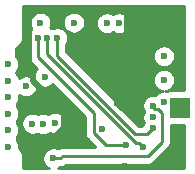
<source format=gbr>
G04 #@! TF.GenerationSoftware,KiCad,Pcbnew,(5.1.5)-3*
G04 #@! TF.CreationDate,2022-01-18T12:38:48+01:00*
G04 #@! TF.ProjectId,HB-ES-PMSwX-Pl_Gosund,48422d45-532d-4504-9d53-77582d506c5f,rev?*
G04 #@! TF.SameCoordinates,Original*
G04 #@! TF.FileFunction,Copper,L3,Inr*
G04 #@! TF.FilePolarity,Positive*
%FSLAX46Y46*%
G04 Gerber Fmt 4.6, Leading zero omitted, Abs format (unit mm)*
G04 Created by KiCad (PCBNEW (5.1.5)-3) date 2022-01-18 12:38:48*
%MOMM*%
%LPD*%
G04 APERTURE LIST*
%ADD10R,1.700000X1.700000*%
%ADD11C,0.600000*%
%ADD12C,0.500000*%
%ADD13C,0.250000*%
%ADD14C,0.254000*%
G04 APERTURE END LIST*
D10*
X126695200Y-66040000D03*
D11*
X121335800Y-65608200D03*
X123342400Y-67513200D03*
X121488200Y-57861200D03*
X118592600Y-69062600D03*
X114223800Y-63398400D03*
X122000000Y-71000000D03*
X120472200Y-57886600D03*
X117678200Y-57886600D03*
X114858800Y-57861200D03*
X114223800Y-70332600D03*
X123380500Y-59702700D03*
X126365000Y-60718700D03*
X125298200Y-63690500D03*
X120091200Y-67818000D03*
X115214400Y-63398400D03*
X120472200Y-58877200D03*
X117678200Y-58826400D03*
X114833400Y-58826400D03*
X121488200Y-58877200D03*
X125298200Y-65557400D03*
X125298200Y-61671200D03*
X124409200Y-66852800D03*
X115062000Y-67411600D03*
X115951000Y-70332600D03*
X124409200Y-65862200D03*
X114173000Y-67386200D03*
X112115600Y-69367400D03*
X112115600Y-67945000D03*
X112115600Y-66548000D03*
X112115600Y-63754000D03*
X112115600Y-65151000D03*
X112115600Y-62357000D03*
X115443000Y-60147200D03*
X123571000Y-69392800D03*
X114604800Y-60147200D03*
X122072400Y-69189600D03*
X116281200Y-60147200D03*
X124409200Y-67716400D03*
X113625000Y-64225000D03*
X116075000Y-67325000D03*
D12*
X114858800Y-57861200D02*
X117652800Y-57861200D01*
X117678200Y-57886600D02*
X120472200Y-57886600D01*
X120472200Y-57886600D02*
X121462800Y-57886600D01*
X121335800Y-65608200D02*
X123240800Y-67513200D01*
X113889632Y-63064232D02*
X114223800Y-63398400D01*
X113879799Y-58420201D02*
X113879799Y-63054399D01*
X114438800Y-57861200D02*
X113879799Y-58420201D01*
X114858800Y-57861200D02*
X114438800Y-57861200D01*
X114223800Y-70332600D02*
X116803001Y-67753399D01*
X122053885Y-57861200D02*
X121488200Y-57861200D01*
X122213201Y-58020516D02*
X122053885Y-57861200D01*
X122213201Y-64730799D02*
X122213201Y-58020516D01*
X121335800Y-65608200D02*
X122213201Y-64730799D01*
X114223800Y-63818400D02*
X114223800Y-63398400D01*
X116803001Y-66397601D02*
X114223800Y-63818400D01*
X116803001Y-67753399D02*
X116803001Y-66397601D01*
D13*
X125134201Y-68902601D02*
X123919001Y-70117801D01*
X125134201Y-66504799D02*
X125134201Y-68902601D01*
X124757201Y-66127799D02*
X125134201Y-66504799D01*
X124522399Y-66127799D02*
X124757201Y-66127799D01*
X124409200Y-66014600D02*
X124522399Y-66127799D01*
X124409200Y-65862200D02*
X124409200Y-66014600D01*
X116516685Y-70332600D02*
X115951000Y-70332600D01*
X116731484Y-70117801D02*
X116516685Y-70332600D01*
X123919001Y-70117801D02*
X116731484Y-70117801D01*
X123171001Y-68992801D02*
X123571000Y-69392800D01*
X122948603Y-68992801D02*
X123171001Y-68992801D01*
X115443000Y-61487198D02*
X122948603Y-68992801D01*
X115443000Y-60147200D02*
X115443000Y-61487198D01*
X119366199Y-68166001D02*
X120389798Y-69189600D01*
X119366199Y-66502597D02*
X119366199Y-68166001D01*
X114604800Y-61741198D02*
X119366199Y-66502597D01*
X114604800Y-60147200D02*
X114604800Y-61741198D01*
X120389798Y-69189600D02*
X122072400Y-69189600D01*
X123887399Y-68238201D02*
X124409200Y-67716400D01*
X122892799Y-68238201D02*
X123887399Y-68238201D01*
X116281200Y-61626602D02*
X122892799Y-68238201D01*
X116281200Y-60147200D02*
X116281200Y-61626602D01*
D14*
G36*
X114618372Y-64124662D02*
G01*
X114771511Y-64226986D01*
X114941671Y-64297468D01*
X115122311Y-64333400D01*
X115306489Y-64333400D01*
X115487129Y-64297468D01*
X115657289Y-64226986D01*
X115810428Y-64124662D01*
X115861945Y-64073145D01*
X118606199Y-66817399D01*
X118606200Y-68128669D01*
X118602523Y-68166001D01*
X118606200Y-68203334D01*
X118612533Y-68267628D01*
X118617197Y-68314986D01*
X118660653Y-68458247D01*
X118731225Y-68590277D01*
X118802400Y-68677003D01*
X118826199Y-68706002D01*
X118855197Y-68729800D01*
X119483197Y-69357801D01*
X116768809Y-69357801D01*
X116731484Y-69354125D01*
X116694159Y-69357801D01*
X116694151Y-69357801D01*
X116582498Y-69368798D01*
X116439237Y-69412255D01*
X116322720Y-69474535D01*
X116223729Y-69433532D01*
X116043089Y-69397600D01*
X115858911Y-69397600D01*
X115678271Y-69433532D01*
X115508111Y-69504014D01*
X115354972Y-69606338D01*
X115224738Y-69736572D01*
X115122414Y-69889711D01*
X115051932Y-70059871D01*
X115016000Y-70240511D01*
X115016000Y-70424689D01*
X115051932Y-70605329D01*
X115122414Y-70775489D01*
X115224738Y-70928628D01*
X115354972Y-71058862D01*
X115508111Y-71161186D01*
X115532287Y-71171200D01*
X113334400Y-71171200D01*
X113334400Y-70009419D01*
X113337593Y-69977000D01*
X113324850Y-69847617D01*
X113287110Y-69723207D01*
X113225825Y-69608550D01*
X113143348Y-69508052D01*
X113050600Y-69431935D01*
X113050600Y-69275311D01*
X113014668Y-69094671D01*
X112944186Y-68924511D01*
X112841862Y-68771372D01*
X112839462Y-68768972D01*
X112838508Y-68544382D01*
X112841862Y-68541028D01*
X112944186Y-68387889D01*
X113014668Y-68217729D01*
X113050600Y-68037089D01*
X113050600Y-67852911D01*
X113014668Y-67672271D01*
X112944186Y-67502111D01*
X112841862Y-67348972D01*
X112833394Y-67340504D01*
X112833197Y-67294111D01*
X113238000Y-67294111D01*
X113238000Y-67478289D01*
X113273932Y-67658929D01*
X113344414Y-67829089D01*
X113446738Y-67982228D01*
X113576972Y-68112462D01*
X113730111Y-68214786D01*
X113900271Y-68285268D01*
X114080911Y-68321200D01*
X114265089Y-68321200D01*
X114445729Y-68285268D01*
X114594411Y-68223682D01*
X114619111Y-68240186D01*
X114789271Y-68310668D01*
X114969911Y-68346600D01*
X115154089Y-68346600D01*
X115334729Y-68310668D01*
X115504889Y-68240186D01*
X115633583Y-68154196D01*
X115802271Y-68224068D01*
X115982911Y-68260000D01*
X116167089Y-68260000D01*
X116347729Y-68224068D01*
X116517889Y-68153586D01*
X116671028Y-68051262D01*
X116801262Y-67921028D01*
X116903586Y-67767889D01*
X116974068Y-67597729D01*
X117010000Y-67417089D01*
X117010000Y-67232911D01*
X116974068Y-67052271D01*
X116903586Y-66882111D01*
X116801262Y-66728972D01*
X116671028Y-66598738D01*
X116517889Y-66496414D01*
X116347729Y-66425932D01*
X116167089Y-66390000D01*
X115982911Y-66390000D01*
X115802271Y-66425932D01*
X115632111Y-66496414D01*
X115503417Y-66582404D01*
X115334729Y-66512532D01*
X115154089Y-66476600D01*
X114969911Y-66476600D01*
X114789271Y-66512532D01*
X114640589Y-66574118D01*
X114615889Y-66557614D01*
X114445729Y-66487132D01*
X114265089Y-66451200D01*
X114080911Y-66451200D01*
X113900271Y-66487132D01*
X113730111Y-66557614D01*
X113576972Y-66659938D01*
X113446738Y-66790172D01*
X113344414Y-66943311D01*
X113273932Y-67113471D01*
X113238000Y-67294111D01*
X112833197Y-67294111D01*
X112832599Y-67153291D01*
X112841862Y-67144028D01*
X112944186Y-66990889D01*
X113014668Y-66820729D01*
X113050600Y-66640089D01*
X113050600Y-66455911D01*
X113014668Y-66275271D01*
X112944186Y-66105111D01*
X112841862Y-65951972D01*
X112827434Y-65937544D01*
X112826689Y-65762201D01*
X112841862Y-65747028D01*
X112944186Y-65593889D01*
X113014668Y-65423729D01*
X113050600Y-65243089D01*
X113050600Y-65058911D01*
X113029220Y-64951428D01*
X113182111Y-65053586D01*
X113352271Y-65124068D01*
X113532911Y-65160000D01*
X113717089Y-65160000D01*
X113897729Y-65124068D01*
X114067889Y-65053586D01*
X114221028Y-64951262D01*
X114351262Y-64821028D01*
X114453586Y-64667889D01*
X114524068Y-64497729D01*
X114560000Y-64317089D01*
X114560000Y-64132911D01*
X114543458Y-64049748D01*
X114618372Y-64124662D01*
G37*
X114618372Y-64124662D02*
X114771511Y-64226986D01*
X114941671Y-64297468D01*
X115122311Y-64333400D01*
X115306489Y-64333400D01*
X115487129Y-64297468D01*
X115657289Y-64226986D01*
X115810428Y-64124662D01*
X115861945Y-64073145D01*
X118606199Y-66817399D01*
X118606200Y-68128669D01*
X118602523Y-68166001D01*
X118606200Y-68203334D01*
X118612533Y-68267628D01*
X118617197Y-68314986D01*
X118660653Y-68458247D01*
X118731225Y-68590277D01*
X118802400Y-68677003D01*
X118826199Y-68706002D01*
X118855197Y-68729800D01*
X119483197Y-69357801D01*
X116768809Y-69357801D01*
X116731484Y-69354125D01*
X116694159Y-69357801D01*
X116694151Y-69357801D01*
X116582498Y-69368798D01*
X116439237Y-69412255D01*
X116322720Y-69474535D01*
X116223729Y-69433532D01*
X116043089Y-69397600D01*
X115858911Y-69397600D01*
X115678271Y-69433532D01*
X115508111Y-69504014D01*
X115354972Y-69606338D01*
X115224738Y-69736572D01*
X115122414Y-69889711D01*
X115051932Y-70059871D01*
X115016000Y-70240511D01*
X115016000Y-70424689D01*
X115051932Y-70605329D01*
X115122414Y-70775489D01*
X115224738Y-70928628D01*
X115354972Y-71058862D01*
X115508111Y-71161186D01*
X115532287Y-71171200D01*
X113334400Y-71171200D01*
X113334400Y-70009419D01*
X113337593Y-69977000D01*
X113324850Y-69847617D01*
X113287110Y-69723207D01*
X113225825Y-69608550D01*
X113143348Y-69508052D01*
X113050600Y-69431935D01*
X113050600Y-69275311D01*
X113014668Y-69094671D01*
X112944186Y-68924511D01*
X112841862Y-68771372D01*
X112839462Y-68768972D01*
X112838508Y-68544382D01*
X112841862Y-68541028D01*
X112944186Y-68387889D01*
X113014668Y-68217729D01*
X113050600Y-68037089D01*
X113050600Y-67852911D01*
X113014668Y-67672271D01*
X112944186Y-67502111D01*
X112841862Y-67348972D01*
X112833394Y-67340504D01*
X112833197Y-67294111D01*
X113238000Y-67294111D01*
X113238000Y-67478289D01*
X113273932Y-67658929D01*
X113344414Y-67829089D01*
X113446738Y-67982228D01*
X113576972Y-68112462D01*
X113730111Y-68214786D01*
X113900271Y-68285268D01*
X114080911Y-68321200D01*
X114265089Y-68321200D01*
X114445729Y-68285268D01*
X114594411Y-68223682D01*
X114619111Y-68240186D01*
X114789271Y-68310668D01*
X114969911Y-68346600D01*
X115154089Y-68346600D01*
X115334729Y-68310668D01*
X115504889Y-68240186D01*
X115633583Y-68154196D01*
X115802271Y-68224068D01*
X115982911Y-68260000D01*
X116167089Y-68260000D01*
X116347729Y-68224068D01*
X116517889Y-68153586D01*
X116671028Y-68051262D01*
X116801262Y-67921028D01*
X116903586Y-67767889D01*
X116974068Y-67597729D01*
X117010000Y-67417089D01*
X117010000Y-67232911D01*
X116974068Y-67052271D01*
X116903586Y-66882111D01*
X116801262Y-66728972D01*
X116671028Y-66598738D01*
X116517889Y-66496414D01*
X116347729Y-66425932D01*
X116167089Y-66390000D01*
X115982911Y-66390000D01*
X115802271Y-66425932D01*
X115632111Y-66496414D01*
X115503417Y-66582404D01*
X115334729Y-66512532D01*
X115154089Y-66476600D01*
X114969911Y-66476600D01*
X114789271Y-66512532D01*
X114640589Y-66574118D01*
X114615889Y-66557614D01*
X114445729Y-66487132D01*
X114265089Y-66451200D01*
X114080911Y-66451200D01*
X113900271Y-66487132D01*
X113730111Y-66557614D01*
X113576972Y-66659938D01*
X113446738Y-66790172D01*
X113344414Y-66943311D01*
X113273932Y-67113471D01*
X113238000Y-67294111D01*
X112833197Y-67294111D01*
X112832599Y-67153291D01*
X112841862Y-67144028D01*
X112944186Y-66990889D01*
X113014668Y-66820729D01*
X113050600Y-66640089D01*
X113050600Y-66455911D01*
X113014668Y-66275271D01*
X112944186Y-66105111D01*
X112841862Y-65951972D01*
X112827434Y-65937544D01*
X112826689Y-65762201D01*
X112841862Y-65747028D01*
X112944186Y-65593889D01*
X113014668Y-65423729D01*
X113050600Y-65243089D01*
X113050600Y-65058911D01*
X113029220Y-64951428D01*
X113182111Y-65053586D01*
X113352271Y-65124068D01*
X113532911Y-65160000D01*
X113717089Y-65160000D01*
X113897729Y-65124068D01*
X114067889Y-65053586D01*
X114221028Y-64951262D01*
X114351262Y-64821028D01*
X114453586Y-64667889D01*
X114524068Y-64497729D01*
X114560000Y-64317089D01*
X114560000Y-64132911D01*
X114543458Y-64049748D01*
X114618372Y-64124662D01*
G36*
X127025801Y-71171200D02*
G01*
X116369713Y-71171200D01*
X116393889Y-71161186D01*
X116494329Y-71094074D01*
X116516685Y-71096276D01*
X116554007Y-71092600D01*
X116554018Y-71092600D01*
X116665671Y-71081603D01*
X116808932Y-71038146D01*
X116940961Y-70967574D01*
X117050350Y-70877801D01*
X123881679Y-70877801D01*
X123919001Y-70881477D01*
X123956323Y-70877801D01*
X123956334Y-70877801D01*
X124067987Y-70866804D01*
X124211248Y-70823347D01*
X124343277Y-70752775D01*
X124459002Y-70657802D01*
X124482805Y-70628798D01*
X125645204Y-69466400D01*
X125674202Y-69442602D01*
X125769175Y-69326877D01*
X125839747Y-69194848D01*
X125883204Y-69051587D01*
X125894201Y-68939934D01*
X125894201Y-68939925D01*
X125897877Y-68902602D01*
X125894201Y-68865279D01*
X125894201Y-67528072D01*
X127025801Y-67528072D01*
X127025801Y-71171200D01*
G37*
X127025801Y-71171200D02*
X116369713Y-71171200D01*
X116393889Y-71161186D01*
X116494329Y-71094074D01*
X116516685Y-71096276D01*
X116554007Y-71092600D01*
X116554018Y-71092600D01*
X116665671Y-71081603D01*
X116808932Y-71038146D01*
X116940961Y-70967574D01*
X117050350Y-70877801D01*
X123881679Y-70877801D01*
X123919001Y-70881477D01*
X123956323Y-70877801D01*
X123956334Y-70877801D01*
X124067987Y-70866804D01*
X124211248Y-70823347D01*
X124343277Y-70752775D01*
X124459002Y-70657802D01*
X124482805Y-70628798D01*
X125645204Y-69466400D01*
X125674202Y-69442602D01*
X125769175Y-69326877D01*
X125839747Y-69194848D01*
X125883204Y-69051587D01*
X125894201Y-68939934D01*
X125894201Y-68939925D01*
X125897877Y-68902602D01*
X125894201Y-68865279D01*
X125894201Y-67528072D01*
X127025801Y-67528072D01*
X127025801Y-71171200D01*
G36*
X127025801Y-64551928D02*
G01*
X125845200Y-64551928D01*
X125720718Y-64564188D01*
X125601020Y-64600498D01*
X125514005Y-64647009D01*
X125398081Y-64623950D01*
X125570929Y-64589568D01*
X125741089Y-64519086D01*
X125894228Y-64416762D01*
X126024462Y-64286528D01*
X126126786Y-64133389D01*
X126197268Y-63963229D01*
X126233200Y-63782589D01*
X126233200Y-63598411D01*
X126197268Y-63417771D01*
X126126786Y-63247611D01*
X126024462Y-63094472D01*
X125894228Y-62964238D01*
X125741089Y-62861914D01*
X125570929Y-62791432D01*
X125390289Y-62755500D01*
X125206111Y-62755500D01*
X125025471Y-62791432D01*
X124855311Y-62861914D01*
X124702172Y-62964238D01*
X124571938Y-63094472D01*
X124469614Y-63247611D01*
X124399132Y-63417771D01*
X124363200Y-63598411D01*
X124363200Y-63782589D01*
X124399132Y-63963229D01*
X124469614Y-64133389D01*
X124571938Y-64286528D01*
X124702172Y-64416762D01*
X124855311Y-64519086D01*
X125025471Y-64589568D01*
X125198319Y-64623950D01*
X125025471Y-64658332D01*
X124855311Y-64728814D01*
X124702172Y-64831138D01*
X124588719Y-64944591D01*
X124501289Y-64927200D01*
X124317111Y-64927200D01*
X124136471Y-64963132D01*
X123966311Y-65033614D01*
X123813172Y-65135938D01*
X123682938Y-65266172D01*
X123580614Y-65419311D01*
X123510132Y-65589471D01*
X123474200Y-65770111D01*
X123474200Y-65954289D01*
X123510132Y-66134929D01*
X123580614Y-66305089D01*
X123615634Y-66357500D01*
X123580614Y-66409911D01*
X123510132Y-66580071D01*
X123474200Y-66760711D01*
X123474200Y-66944889D01*
X123510132Y-67125529D01*
X123576021Y-67284600D01*
X123510132Y-67443671D01*
X123503263Y-67478201D01*
X123207601Y-67478201D01*
X117308511Y-61579111D01*
X124363200Y-61579111D01*
X124363200Y-61763289D01*
X124399132Y-61943929D01*
X124469614Y-62114089D01*
X124571938Y-62267228D01*
X124702172Y-62397462D01*
X124855311Y-62499786D01*
X125025471Y-62570268D01*
X125206111Y-62606200D01*
X125390289Y-62606200D01*
X125570929Y-62570268D01*
X125741089Y-62499786D01*
X125894228Y-62397462D01*
X126024462Y-62267228D01*
X126126786Y-62114089D01*
X126197268Y-61943929D01*
X126233200Y-61763289D01*
X126233200Y-61579111D01*
X126197268Y-61398471D01*
X126126786Y-61228311D01*
X126024462Y-61075172D01*
X125894228Y-60944938D01*
X125741089Y-60842614D01*
X125570929Y-60772132D01*
X125390289Y-60736200D01*
X125206111Y-60736200D01*
X125025471Y-60772132D01*
X124855311Y-60842614D01*
X124702172Y-60944938D01*
X124571938Y-61075172D01*
X124469614Y-61228311D01*
X124399132Y-61398471D01*
X124363200Y-61579111D01*
X117308511Y-61579111D01*
X117041200Y-61311801D01*
X117041200Y-60692735D01*
X117109786Y-60590089D01*
X117180268Y-60419929D01*
X117216200Y-60239289D01*
X117216200Y-60055111D01*
X117180268Y-59874471D01*
X117109786Y-59704311D01*
X117007462Y-59551172D01*
X116877228Y-59420938D01*
X116724089Y-59318614D01*
X116553929Y-59248132D01*
X116373289Y-59212200D01*
X116189111Y-59212200D01*
X116008471Y-59248132D01*
X115862100Y-59308760D01*
X115715729Y-59248132D01*
X115674173Y-59239866D01*
X115732468Y-59099129D01*
X115768400Y-58918489D01*
X115768400Y-58734311D01*
X116743200Y-58734311D01*
X116743200Y-58918489D01*
X116779132Y-59099129D01*
X116849614Y-59269289D01*
X116951938Y-59422428D01*
X117082172Y-59552662D01*
X117235311Y-59654986D01*
X117405471Y-59725468D01*
X117586111Y-59761400D01*
X117770289Y-59761400D01*
X117950929Y-59725468D01*
X118121089Y-59654986D01*
X118274228Y-59552662D01*
X118404462Y-59422428D01*
X118506786Y-59269289D01*
X118577268Y-59099129D01*
X118613200Y-58918489D01*
X118613200Y-58785111D01*
X119537200Y-58785111D01*
X119537200Y-58969289D01*
X119573132Y-59149929D01*
X119643614Y-59320089D01*
X119745938Y-59473228D01*
X119876172Y-59603462D01*
X120029311Y-59705786D01*
X120199471Y-59776268D01*
X120380111Y-59812200D01*
X120564289Y-59812200D01*
X120744929Y-59776268D01*
X120915089Y-59705786D01*
X120980200Y-59662280D01*
X121045311Y-59705786D01*
X121215471Y-59776268D01*
X121396111Y-59812200D01*
X121580289Y-59812200D01*
X121760929Y-59776268D01*
X121931089Y-59705786D01*
X122084228Y-59603462D01*
X122214462Y-59473228D01*
X122316786Y-59320089D01*
X122387268Y-59149929D01*
X122423200Y-58969289D01*
X122423200Y-58785111D01*
X122387268Y-58604471D01*
X122316786Y-58434311D01*
X122214462Y-58281172D01*
X122084228Y-58150938D01*
X121931089Y-58048614D01*
X121760929Y-57978132D01*
X121580289Y-57942200D01*
X121396111Y-57942200D01*
X121215471Y-57978132D01*
X121045311Y-58048614D01*
X120980200Y-58092120D01*
X120915089Y-58048614D01*
X120744929Y-57978132D01*
X120564289Y-57942200D01*
X120380111Y-57942200D01*
X120199471Y-57978132D01*
X120029311Y-58048614D01*
X119876172Y-58150938D01*
X119745938Y-58281172D01*
X119643614Y-58434311D01*
X119573132Y-58604471D01*
X119537200Y-58785111D01*
X118613200Y-58785111D01*
X118613200Y-58734311D01*
X118577268Y-58553671D01*
X118506786Y-58383511D01*
X118404462Y-58230372D01*
X118274228Y-58100138D01*
X118121089Y-57997814D01*
X117950929Y-57927332D01*
X117770289Y-57891400D01*
X117586111Y-57891400D01*
X117405471Y-57927332D01*
X117235311Y-57997814D01*
X117082172Y-58100138D01*
X116951938Y-58230372D01*
X116849614Y-58383511D01*
X116779132Y-58553671D01*
X116743200Y-58734311D01*
X115768400Y-58734311D01*
X115732468Y-58553671D01*
X115661986Y-58383511D01*
X115559662Y-58230372D01*
X115429428Y-58100138D01*
X115276289Y-57997814D01*
X115106129Y-57927332D01*
X114925489Y-57891400D01*
X114741311Y-57891400D01*
X114560671Y-57927332D01*
X114390511Y-57997814D01*
X114237372Y-58100138D01*
X114107138Y-58230372D01*
X114004814Y-58383511D01*
X113934332Y-58553671D01*
X113898400Y-58734311D01*
X113898400Y-58918489D01*
X113934332Y-59099129D01*
X114004814Y-59269289D01*
X114076088Y-59375959D01*
X114008772Y-59420938D01*
X113878538Y-59551172D01*
X113776214Y-59704311D01*
X113705732Y-59874471D01*
X113669800Y-60055111D01*
X113669800Y-60239289D01*
X113705732Y-60419929D01*
X113776214Y-60590089D01*
X113844800Y-60692736D01*
X113844801Y-61703866D01*
X113841124Y-61741198D01*
X113855798Y-61890183D01*
X113899254Y-62033444D01*
X113969826Y-62165474D01*
X114027871Y-62236201D01*
X114064800Y-62281199D01*
X114093798Y-62304997D01*
X114539655Y-62750855D01*
X114488138Y-62802372D01*
X114385814Y-62955511D01*
X114315332Y-63125671D01*
X114279400Y-63306311D01*
X114279400Y-63490489D01*
X114295942Y-63573652D01*
X114221028Y-63498738D01*
X114067889Y-63396414D01*
X113897729Y-63325932D01*
X113717089Y-63290000D01*
X113532911Y-63290000D01*
X113352271Y-63325932D01*
X113182111Y-63396414D01*
X113028972Y-63498738D01*
X113019939Y-63507771D01*
X113014668Y-63481271D01*
X112944186Y-63311111D01*
X112841862Y-63157972D01*
X112815514Y-63131624D01*
X112814870Y-62980020D01*
X112841862Y-62953028D01*
X112944186Y-62799889D01*
X113014668Y-62629729D01*
X113050600Y-62449089D01*
X113050600Y-62264911D01*
X113014668Y-62084271D01*
X112944186Y-61914111D01*
X112841862Y-61760972D01*
X112809554Y-61728664D01*
X112806244Y-60949304D01*
X112928193Y-60912310D01*
X113042850Y-60851025D01*
X113143348Y-60768548D01*
X113225825Y-60668050D01*
X113287110Y-60553393D01*
X113324850Y-60428983D01*
X113337593Y-60299600D01*
X113334400Y-60267181D01*
X113334400Y-57403600D01*
X127025800Y-57403600D01*
X127025801Y-64551928D01*
G37*
X127025801Y-64551928D02*
X125845200Y-64551928D01*
X125720718Y-64564188D01*
X125601020Y-64600498D01*
X125514005Y-64647009D01*
X125398081Y-64623950D01*
X125570929Y-64589568D01*
X125741089Y-64519086D01*
X125894228Y-64416762D01*
X126024462Y-64286528D01*
X126126786Y-64133389D01*
X126197268Y-63963229D01*
X126233200Y-63782589D01*
X126233200Y-63598411D01*
X126197268Y-63417771D01*
X126126786Y-63247611D01*
X126024462Y-63094472D01*
X125894228Y-62964238D01*
X125741089Y-62861914D01*
X125570929Y-62791432D01*
X125390289Y-62755500D01*
X125206111Y-62755500D01*
X125025471Y-62791432D01*
X124855311Y-62861914D01*
X124702172Y-62964238D01*
X124571938Y-63094472D01*
X124469614Y-63247611D01*
X124399132Y-63417771D01*
X124363200Y-63598411D01*
X124363200Y-63782589D01*
X124399132Y-63963229D01*
X124469614Y-64133389D01*
X124571938Y-64286528D01*
X124702172Y-64416762D01*
X124855311Y-64519086D01*
X125025471Y-64589568D01*
X125198319Y-64623950D01*
X125025471Y-64658332D01*
X124855311Y-64728814D01*
X124702172Y-64831138D01*
X124588719Y-64944591D01*
X124501289Y-64927200D01*
X124317111Y-64927200D01*
X124136471Y-64963132D01*
X123966311Y-65033614D01*
X123813172Y-65135938D01*
X123682938Y-65266172D01*
X123580614Y-65419311D01*
X123510132Y-65589471D01*
X123474200Y-65770111D01*
X123474200Y-65954289D01*
X123510132Y-66134929D01*
X123580614Y-66305089D01*
X123615634Y-66357500D01*
X123580614Y-66409911D01*
X123510132Y-66580071D01*
X123474200Y-66760711D01*
X123474200Y-66944889D01*
X123510132Y-67125529D01*
X123576021Y-67284600D01*
X123510132Y-67443671D01*
X123503263Y-67478201D01*
X123207601Y-67478201D01*
X117308511Y-61579111D01*
X124363200Y-61579111D01*
X124363200Y-61763289D01*
X124399132Y-61943929D01*
X124469614Y-62114089D01*
X124571938Y-62267228D01*
X124702172Y-62397462D01*
X124855311Y-62499786D01*
X125025471Y-62570268D01*
X125206111Y-62606200D01*
X125390289Y-62606200D01*
X125570929Y-62570268D01*
X125741089Y-62499786D01*
X125894228Y-62397462D01*
X126024462Y-62267228D01*
X126126786Y-62114089D01*
X126197268Y-61943929D01*
X126233200Y-61763289D01*
X126233200Y-61579111D01*
X126197268Y-61398471D01*
X126126786Y-61228311D01*
X126024462Y-61075172D01*
X125894228Y-60944938D01*
X125741089Y-60842614D01*
X125570929Y-60772132D01*
X125390289Y-60736200D01*
X125206111Y-60736200D01*
X125025471Y-60772132D01*
X124855311Y-60842614D01*
X124702172Y-60944938D01*
X124571938Y-61075172D01*
X124469614Y-61228311D01*
X124399132Y-61398471D01*
X124363200Y-61579111D01*
X117308511Y-61579111D01*
X117041200Y-61311801D01*
X117041200Y-60692735D01*
X117109786Y-60590089D01*
X117180268Y-60419929D01*
X117216200Y-60239289D01*
X117216200Y-60055111D01*
X117180268Y-59874471D01*
X117109786Y-59704311D01*
X117007462Y-59551172D01*
X116877228Y-59420938D01*
X116724089Y-59318614D01*
X116553929Y-59248132D01*
X116373289Y-59212200D01*
X116189111Y-59212200D01*
X116008471Y-59248132D01*
X115862100Y-59308760D01*
X115715729Y-59248132D01*
X115674173Y-59239866D01*
X115732468Y-59099129D01*
X115768400Y-58918489D01*
X115768400Y-58734311D01*
X116743200Y-58734311D01*
X116743200Y-58918489D01*
X116779132Y-59099129D01*
X116849614Y-59269289D01*
X116951938Y-59422428D01*
X117082172Y-59552662D01*
X117235311Y-59654986D01*
X117405471Y-59725468D01*
X117586111Y-59761400D01*
X117770289Y-59761400D01*
X117950929Y-59725468D01*
X118121089Y-59654986D01*
X118274228Y-59552662D01*
X118404462Y-59422428D01*
X118506786Y-59269289D01*
X118577268Y-59099129D01*
X118613200Y-58918489D01*
X118613200Y-58785111D01*
X119537200Y-58785111D01*
X119537200Y-58969289D01*
X119573132Y-59149929D01*
X119643614Y-59320089D01*
X119745938Y-59473228D01*
X119876172Y-59603462D01*
X120029311Y-59705786D01*
X120199471Y-59776268D01*
X120380111Y-59812200D01*
X120564289Y-59812200D01*
X120744929Y-59776268D01*
X120915089Y-59705786D01*
X120980200Y-59662280D01*
X121045311Y-59705786D01*
X121215471Y-59776268D01*
X121396111Y-59812200D01*
X121580289Y-59812200D01*
X121760929Y-59776268D01*
X121931089Y-59705786D01*
X122084228Y-59603462D01*
X122214462Y-59473228D01*
X122316786Y-59320089D01*
X122387268Y-59149929D01*
X122423200Y-58969289D01*
X122423200Y-58785111D01*
X122387268Y-58604471D01*
X122316786Y-58434311D01*
X122214462Y-58281172D01*
X122084228Y-58150938D01*
X121931089Y-58048614D01*
X121760929Y-57978132D01*
X121580289Y-57942200D01*
X121396111Y-57942200D01*
X121215471Y-57978132D01*
X121045311Y-58048614D01*
X120980200Y-58092120D01*
X120915089Y-58048614D01*
X120744929Y-57978132D01*
X120564289Y-57942200D01*
X120380111Y-57942200D01*
X120199471Y-57978132D01*
X120029311Y-58048614D01*
X119876172Y-58150938D01*
X119745938Y-58281172D01*
X119643614Y-58434311D01*
X119573132Y-58604471D01*
X119537200Y-58785111D01*
X118613200Y-58785111D01*
X118613200Y-58734311D01*
X118577268Y-58553671D01*
X118506786Y-58383511D01*
X118404462Y-58230372D01*
X118274228Y-58100138D01*
X118121089Y-57997814D01*
X117950929Y-57927332D01*
X117770289Y-57891400D01*
X117586111Y-57891400D01*
X117405471Y-57927332D01*
X117235311Y-57997814D01*
X117082172Y-58100138D01*
X116951938Y-58230372D01*
X116849614Y-58383511D01*
X116779132Y-58553671D01*
X116743200Y-58734311D01*
X115768400Y-58734311D01*
X115732468Y-58553671D01*
X115661986Y-58383511D01*
X115559662Y-58230372D01*
X115429428Y-58100138D01*
X115276289Y-57997814D01*
X115106129Y-57927332D01*
X114925489Y-57891400D01*
X114741311Y-57891400D01*
X114560671Y-57927332D01*
X114390511Y-57997814D01*
X114237372Y-58100138D01*
X114107138Y-58230372D01*
X114004814Y-58383511D01*
X113934332Y-58553671D01*
X113898400Y-58734311D01*
X113898400Y-58918489D01*
X113934332Y-59099129D01*
X114004814Y-59269289D01*
X114076088Y-59375959D01*
X114008772Y-59420938D01*
X113878538Y-59551172D01*
X113776214Y-59704311D01*
X113705732Y-59874471D01*
X113669800Y-60055111D01*
X113669800Y-60239289D01*
X113705732Y-60419929D01*
X113776214Y-60590089D01*
X113844800Y-60692736D01*
X113844801Y-61703866D01*
X113841124Y-61741198D01*
X113855798Y-61890183D01*
X113899254Y-62033444D01*
X113969826Y-62165474D01*
X114027871Y-62236201D01*
X114064800Y-62281199D01*
X114093798Y-62304997D01*
X114539655Y-62750855D01*
X114488138Y-62802372D01*
X114385814Y-62955511D01*
X114315332Y-63125671D01*
X114279400Y-63306311D01*
X114279400Y-63490489D01*
X114295942Y-63573652D01*
X114221028Y-63498738D01*
X114067889Y-63396414D01*
X113897729Y-63325932D01*
X113717089Y-63290000D01*
X113532911Y-63290000D01*
X113352271Y-63325932D01*
X113182111Y-63396414D01*
X113028972Y-63498738D01*
X113019939Y-63507771D01*
X113014668Y-63481271D01*
X112944186Y-63311111D01*
X112841862Y-63157972D01*
X112815514Y-63131624D01*
X112814870Y-62980020D01*
X112841862Y-62953028D01*
X112944186Y-62799889D01*
X113014668Y-62629729D01*
X113050600Y-62449089D01*
X113050600Y-62264911D01*
X113014668Y-62084271D01*
X112944186Y-61914111D01*
X112841862Y-61760972D01*
X112809554Y-61728664D01*
X112806244Y-60949304D01*
X112928193Y-60912310D01*
X113042850Y-60851025D01*
X113143348Y-60768548D01*
X113225825Y-60668050D01*
X113287110Y-60553393D01*
X113324850Y-60428983D01*
X113337593Y-60299600D01*
X113334400Y-60267181D01*
X113334400Y-57403600D01*
X127025800Y-57403600D01*
X127025801Y-64551928D01*
M02*

</source>
